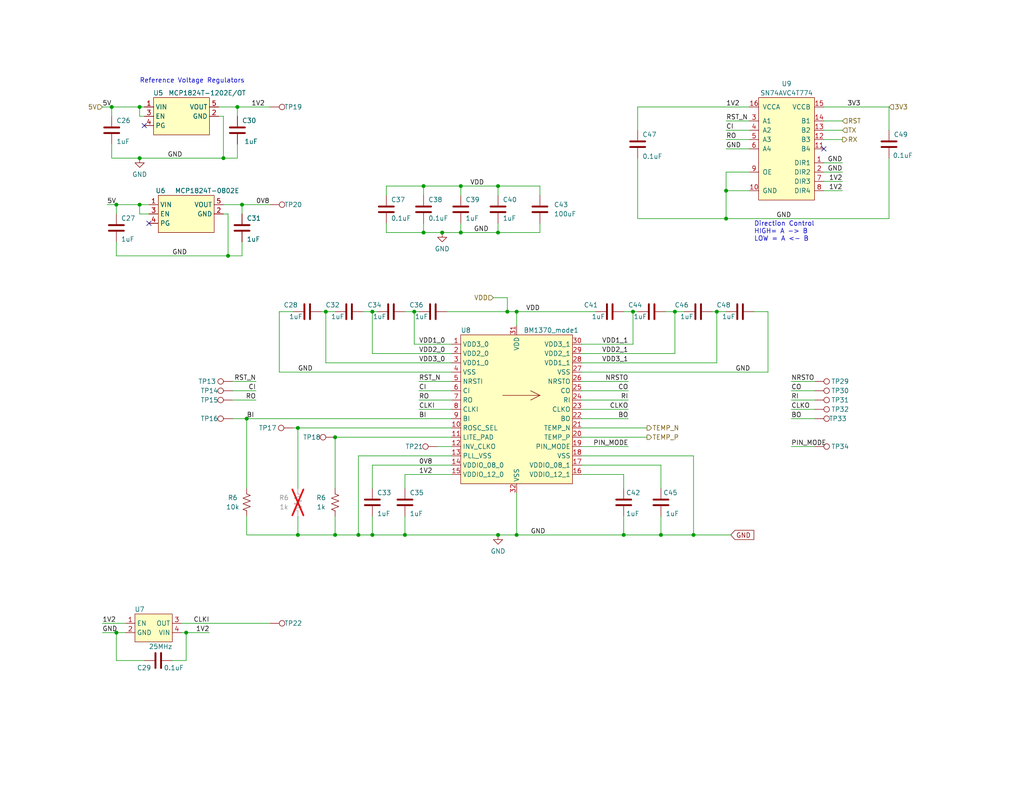
<source format=kicad_sch>
(kicad_sch (version 20231120) (generator "eeschema") (generator_version "8.0")
  (paper "A")
  (title_block (title "bitaxeGamma") (date "2024-09-26") (rev "602"))
  (lib_symbols
    (symbol "Connector:TestPoint" (pin_numbers hide) (pin_names (offset 0.762) hide)
      (property "Reference" "TP" (at 0 6.858 0))
      (property "Value" "TestPoint" (at 0 5.08 0))
      (symbol "TestPoint_0_1"
        (circle (center 0 3.302) (radius 0.762))
      )
      (symbol "TestPoint_1_1"
        (pin passive line (at 0 0 90) (length 2.54) (name "1") (number "1"))
      )
    )
    (symbol "Device:C" (pin_numbers hide) (pin_names (offset 0.254))
      (property "Reference" "C" (at 0.635 2.54 0))
      (property "Value" "C" (at 0.635 -2.54 0))
      (symbol "C_0_1"
        (polyline (pts (xy -2.032 -0.762) (xy 2.032 -0.762)) (stroke (width 0.508)))
        (polyline (pts (xy -2.032 0.762) (xy 2.032 0.762)) (stroke (width 0.508)))
      )
      (symbol "C_1_1"
        (pin passive line (at 0 3.81 270) (length 2.794) (name "~") (number "1"))
        (pin passive line (at 0 -3.81 90) (length 2.794) (name "~") (number "2"))
      )
    )
    (symbol "Device:R_US" (pin_numbers hide) (pin_names (offset 0))
      (property "Reference" "R" (at 2.54 0 90))
      (property "Value" "R_US" (at -2.54 0 90))
      (symbol "R_US_0_1"
        (polyline (pts (xy 0 -2.286) (xy 0 -2.54)))
        (polyline (pts (xy 0 2.286) (xy 0 2.54)))
        (polyline (pts (xy 0 -0.762) (xy 1.016 -1.143) (xy 0 -1.524) (xy -1.016 -1.905) (xy 0 -2.286)))
        (polyline (pts (xy 0 0.762) (xy 1.016 0.381) (xy 0 0) (xy -1.016 -0.381) (xy 0 -0.762)))
        (polyline (pts (xy 0 2.286) (xy 1.016 1.905) (xy 0 1.524) (xy -1.016 1.143) (xy 0 0.762)))
      )
      (symbol "R_US_1_1"
        (pin passive line (at 0 3.81 270) (length 1.27) (name "~") (number "1"))
        (pin passive line (at 0 -3.81 90) (length 1.27) (name "~") (number "2"))
      )
    )
    (symbol "MCP1824_1"
      (property "Reference" "U" (at -7.62 5.08 0))
      (property "Value" "MCP1824_1" (at 5.08 5.08 0))
      (symbol "MCP1824_1_0_1"
        (rectangle (start -7.62 3.81) (end 7.62 -6.35) (stroke (width 0.1524)) (fill (type background)))
      )
      (symbol "MCP1824_1_1_0"
        (pin bidirectional line (at -10.16 1.27 0) (length 2.54) (name "VIN") (number "1"))
        (pin bidirectional line (at 10.16 -1.27 180) (length 2.54) (name "GND") (number "2"))
        (pin bidirectional line (at -10.16 -1.27 0) (length 2.54) (name "EN") (number "3"))
        (pin bidirectional line (at -10.16 -3.81 0) (length 2.54) (name "PG") (number "4"))
        (pin bidirectional line (at 10.16 1.27 180) (length 2.54) (name "VOUT") (number "5"))
      )
    )
    (symbol "bitaxe:BM1370_mode1"
      (property "Reference" "U4" (at -15.24 21.59 0))
      (property "Value" "BM1370_mode1" (at 1.905 21.59 0))
      (symbol "BM1370_mode1_0_1"
        (rectangle (start -15.24 20.32) (end 15.24 -20.32) (fill (type background)))
        (polyline (pts (xy -3.81 3.81) (xy 6.35 3.81)))
        (polyline (pts (xy 3.81 2.54) (xy 6.35 3.81)))
        (polyline (pts (xy 3.81 5.08) (xy 6.35 3.81)))
      )
      (symbol "BM1370_mode1_1_1"
        (pin power_in line (at -17.78 17.78 0) (length 2.54) (name "VDD3_0") (number "1"))
        (pin unspecified line (at -17.78 -5.08 0) (length 2.54) (name "ROSC_SEL") (number "10"))
        (pin unspecified line (at -17.78 -7.62 0) (length 2.54) (name "LITE_PAD") (number "11"))
        (pin unspecified line (at -17.78 -10.16 0) (length 2.54) (name "INV_CLKO") (number "12"))
        (pin power_in line (at -17.78 -12.7 0) (length 2.54) (name "PLL_VSS") (number "13"))
        (pin power_in line (at -17.78 -15.24 0) (length 2.54) (name "VDDIO_08_0") (number "14"))
        (pin power_in line (at -17.78 -17.78 0) (length 2.54) (name "VDDIO_12_0") (number "15"))
        (pin power_in line (at 17.78 -17.78 180) (length 2.54) (name "VDDIO_12_1") (number "16"))
        (pin power_in line (at 17.78 -15.24 180) (length 2.54) (name "VDDIO_08_1") (number "17"))
        (pin power_in line (at 17.78 -12.7 180) (length 2.54) (name "VSS") (number "18"))
        (pin input line (at 17.78 -10.16 180) (length 2.54) (name "PIN_MODE") (number "19"))
        (pin power_in line (at -17.78 15.24 0) (length 2.54) (name "VDD2_0") (number "2"))
        (pin unspecified line (at 17.78 -7.62 180) (length 2.54) (name "TEMP_P") (number "20"))
        (pin unspecified line (at 17.78 -5.08 180) (length 2.54) (name "TEMP_N") (number "21"))
        (pin output line (at 17.78 -2.54 180) (length 2.54) (name "BO") (number "22"))
        (pin output line (at 17.78 0 180) (length 2.54) (name "CLKO") (number "23"))
        (pin input line (at 17.78 2.54 180) (length 2.54) (name "RI") (number "24"))
        (pin output line (at 17.78 5.08 180) (length 2.54) (name "CO") (number "25"))
        (pin output line (at 17.78 7.62 180) (length 2.54) (name "NRSTO") (number "26"))
        (pin power_in line (at 17.78 10.16 180) (length 2.54) (name "VSS") (number "27"))
        (pin power_in line (at 17.78 12.7 180) (length 2.54) (name "VDD1_1") (number "28"))
        (pin power_in line (at 17.78 15.24 180) (length 2.54) (name "VDD2_1") (number "29"))
        (pin power_in line (at -17.78 12.7 0) (length 2.54) (name "VDD1_0") (number "3"))
        (pin power_in line (at 17.78 17.78 180) (length 2.54) (name "VDD3_1") (number "30"))
        (pin power_in line (at 0 22.86 270) (length 2.54) (name "VDD") (number "31"))
        (pin power_in line (at 0 -22.86 90) (length 2.54) (name "VSS") (number "32"))
        (pin power_in line (at -17.78 10.16 0) (length 2.54) (name "VSS") (number "4"))
        (pin input line (at -17.78 7.62 0) (length 2.54) (name "NRSTI") (number "5"))
        (pin input line (at -17.78 5.08 0) (length 2.54) (name "CI") (number "6"))
        (pin output line (at -17.78 2.54 0) (length 2.54) (name "RO") (number "7"))
        (pin input line (at -17.78 0 0) (length 2.54) (name "CLKI") (number "8"))
        (pin input line (at -17.78 -2.54 0) (length 2.54) (name "BI") (number "9"))
      )
    )
    (symbol "bitaxe:MCP1824"
      (property "Reference" "U" (at -7.62 5.08 0))
      (property "Value" "MCP1824" (at 5.08 5.08 0))
      (symbol "MCP1824_0_1"
        (rectangle (start -7.62 3.81) (end 7.62 -6.35) (stroke (width 0.1524)) (fill (type background)))
      )
      (symbol "MCP1824_1_0"
        (pin bidirectional line (at -10.16 1.27 0) (length 2.54) (name "VIN") (number "1"))
        (pin bidirectional line (at 10.16 -1.27 180) (length 2.54) (name "GND") (number "2"))
        (pin bidirectional line (at -10.16 -1.27 0) (length 2.54) (name "EN") (number "3"))
        (pin bidirectional line (at -10.16 -3.81 0) (length 2.54) (name "PG") (number "4"))
        (pin bidirectional line (at 10.16 1.27 180) (length 2.54) (name "VOUT") (number "5"))
      )
    )
    (symbol "bitaxe:SN74AVC4T774" (pin_names (offset 1.016))
      (property "Reference" "U" (at -6.35 12.7 0))
      (property "Value" "SN74AVC4T774" (at -7.62 -19.05 0))
      (symbol "SN74AVC4T774_0_0"
        (rectangle (start -7.62 11.43) (end 7.62 -16.51) (stroke (width 0.1524)) (fill (type background)))
      )
      (symbol "SN74AVC4T774_1_0"
        (pin input line (at 10.16 -6.35 180) (length 2.54) (name "DIR1") (number "1"))
        (pin power_in line (at -10.16 -13.97 0) (length 2.54) (name "GND") (number "10"))
        (pin bidirectional line (at 10.16 -2.54 180) (length 2.54) (name "B4") (number "11"))
        (pin bidirectional line (at 10.16 0 180) (length 2.54) (name "B3") (number "12"))
        (pin bidirectional line (at 10.16 2.54 180) (length 2.54) (name "B2") (number "13"))
        (pin bidirectional line (at 10.16 5.08 180) (length 2.54) (name "B1") (number "14"))
        (pin power_in line (at 10.16 8.89 180) (length 2.54) (name "VCCB") (number "15"))
        (pin power_in line (at -10.16 8.89 0) (length 2.54) (name "VCCA") (number "16"))
        (pin input line (at 10.16 -8.89 180) (length 2.54) (name "DIR2") (number "2"))
        (pin bidirectional line (at -10.16 5.08 0) (length 2.54) (name "A1") (number "3"))
        (pin bidirectional line (at -10.16 2.54 0) (length 2.54) (name "A2") (number "4"))
        (pin bidirectional line (at -10.16 0 0) (length 2.54) (name "A3") (number "5"))
        (pin bidirectional line (at -10.16 -2.54 0) (length 2.54) (name "A4") (number "6"))
        (pin input line (at 10.16 -11.43 180) (length 2.54) (name "DIR3") (number "7"))
        (pin input line (at 10.16 -13.97 180) (length 2.54) (name "DIR4") (number "8"))
        (pin input line (at -10.16 -8.89 0) (length 2.54) (name "OE") (number "9"))
      )
    )
    (symbol "bitaxe:oscillator"
      (property "Reference" "U" (at -3.81 5.08 0))
      (property "Value" "oscillator" (at 0 -5.08 0))
      (symbol "oscillator_0_1"
        (rectangle (start -5.08 3.81) (end 5.08 -3.81) (stroke (width 0.1524)) (fill (type background)))
      )
      (symbol "oscillator_1_0"
        (pin bidirectional line (at -7.62 1.27 0) (length 2.54) (name "EN") (number "1"))
        (pin bidirectional line (at -7.62 -1.27 0) (length 2.54) (name "GND") (number "2"))
        (pin bidirectional line (at 7.62 1.27 180) (length 2.54) (name "OUT") (number "3"))
        (pin bidirectional line (at 7.62 -1.27 180) (length 2.54) (name "VIN") (number "4"))
      )
    )
    (symbol "power:GND" (power) (pin_names (offset 0))
      (property "Value" "GND" (at 0 -3.81 0))
      (symbol "GND_0_1"
        (polyline (pts (xy 0 0) (xy 0 -1.27) (xy 1.27 -1.27) (xy 0 -2.54) (xy -1.27 -1.27) (xy 0 -1.27)))
      )
      (symbol "GND_1_1"
        (pin power_in line (at 0 0 270) (length 0) hide (name "GND") (number "1"))
      )
    )
  )
  (junction (at 180.34 146.05))
  (junction (at 184.15 85.09))
  (junction (at 115.57 63.5) (diameter 0.9144))
  (junction (at 38.1 43.18))
  (junction (at 67.31 114.3))
  (junction (at 30.48 29.21) (diameter 0.9144))
  (junction (at 125.73 50.8) (diameter 0.9144))
  (junction (at 135.89 50.8))
  (junction (at 38.1 55.88))
  (junction (at 135.89 63.5))
  (junction (at 81.28 116.84))
  (junction (at 120.65 63.5))
  (junction (at 62.23 69.85) (diameter 0.9144))
  (junction (at 101.6 85.09))
  (junction (at 101.6 146.05))
  (junction (at 91.44 119.38))
  (junction (at 113.03 85.09))
  (junction (at 97.79 146.05))
  (junction (at 110.49 146.05))
  (junction (at 64.77 29.21) (diameter 0.9144))
  (junction (at 189.23 146.05))
  (junction (at 50.8 172.72))
  (junction (at 138.43 85.09))
  (junction (at 135.89 146.05))
  (junction (at 91.44 146.05))
  (junction (at 31.75 55.88) (diameter 0.9144))
  (junction (at 125.73 63.5) (diameter 0.9144))
  (junction (at 198.12 52.07))
  (junction (at 198.12 59.69))
  (junction (at 170.18 146.05))
  (junction (at 172.72 85.09))
  (junction (at 81.28 146.05))
  (junction (at 60.96 43.18) (diameter 0.9144))
  (junction (at 195.58 85.09))
  (junction (at 38.1 29.21))
  (junction (at 88.9 85.09))
  (junction (at 140.97 85.09))
  (junction (at 31.75 172.72))
  (junction (at 115.57 50.8) (diameter 0.9144))
  (junction (at 140.97 146.05))
  (junction (at 66.04 55.88) (diameter 0.9144))
  (no_connect (at 40.64 60.96))
  (no_connect (at 224.79 40.64))
  (no_connect (at 39.37 34.29))
  (wire (pts (xy 31.75 180.34) (xy 31.75 172.72)))
  (wire (pts (xy 180.34 146.05) (xy 189.23 146.05)))
  (wire (pts (xy 101.6 127) (xy 123.19 127)))
  (wire (pts (xy 105.41 60.96) (xy 105.41 63.5)))
  (wire (pts (xy 110.49 129.54) (xy 110.49 133.35)))
  (wire (pts (xy 242.57 29.21) (xy 242.57 35.56)))
  (wire (pts (xy 88.9 99.06) (xy 88.9 85.09)))
  (wire (pts (xy 198.12 59.69) (xy 242.57 59.69)))
  (wire (pts (xy 140.97 134.62) (xy 140.97 146.05)))
  (wire (pts (xy 134.62 81.28) (xy 138.43 81.28)))
  (wire (pts (xy 91.44 140.97) (xy 91.44 146.05)))
  (wire (pts (xy 215.9 114.3) (xy 222.25 114.3)))
  (wire (pts (xy 125.73 53.34) (xy 125.73 50.8)))
  (wire (pts (xy 115.57 63.5) (xy 105.41 63.5)))
  (wire (pts (xy 195.58 99.06) (xy 195.58 85.09)))
  (wire (pts (xy 198.12 52.07) (xy 198.12 59.69)))
  (wire (pts (xy 114.3 104.14) (xy 123.19 104.14)))
  (wire (pts (xy 110.49 85.09) (xy 113.03 85.09)))
  (wire (pts (xy 113.03 85.09) (xy 114.3 85.09)))
  (wire (pts (xy 158.75 121.92) (xy 171.45 121.92)))
  (wire (pts (xy 64.77 39.37) (xy 64.77 43.18)))
  (wire (pts (xy 158.75 124.46) (xy 189.23 124.46)))
  (wire (pts (xy 158.75 93.98) (xy 172.72 93.98)))
  (wire (pts (xy 81.28 146.05) (xy 91.44 146.05)))
  (wire (pts (xy 60.96 31.75) (xy 59.69 31.75)))
  (wire (pts (xy 31.75 55.88) (xy 38.1 55.88)))
  (wire (pts (xy 158.75 104.14) (xy 171.45 104.14)))
  (wire (pts (xy 88.9 85.09) (xy 91.44 85.09)))
  (wire (pts (xy 101.6 127) (xy 101.6 133.35)))
  (wire (pts (xy 76.2 101.6) (xy 76.2 85.09)))
  (wire (pts (xy 101.6 146.05) (xy 110.49 146.05)))
  (wire (pts (xy 162.56 85.09) (xy 140.97 85.09)))
  (wire (pts (xy 184.15 85.09) (xy 186.69 85.09)))
  (wire (pts (xy 46.99 180.34) (xy 50.8 180.34)))
  (wire (pts (xy 209.55 85.09) (xy 205.74 85.09)))
  (wire (pts (xy 115.57 53.34) (xy 115.57 50.8)))
  (wire (pts (xy 189.23 124.46) (xy 189.23 146.05)))
  (wire (pts (xy 99.06 85.09) (xy 101.6 85.09)))
  (wire (pts (xy 62.23 58.42) (xy 60.96 58.42)))
  (wire (pts (xy 135.89 60.96) (xy 135.89 63.5)))
  (wire (pts (xy 242.57 43.18) (xy 242.57 59.69)))
  (wire (pts (xy 180.34 127) (xy 180.34 133.35)))
  (wire (pts (xy 64.77 43.18) (xy 60.96 43.18)))
  (wire (pts (xy 31.75 66.04) (xy 31.75 69.85)))
  (wire (pts (xy 158.75 109.22) (xy 171.45 109.22)))
  (wire (pts (xy 204.47 46.99) (xy 198.12 46.99)))
  (wire (pts (xy 172.72 93.98) (xy 172.72 85.09)))
  (wire (pts (xy 50.8 172.72) (xy 57.15 172.72)))
  (wire (pts (xy 147.32 60.96) (xy 147.32 63.5)))
  (wire (pts (xy 158.75 96.52) (xy 184.15 96.52)))
  (wire (pts (xy 31.75 55.88) (xy 31.75 58.42)))
  (wire (pts (xy 67.31 140.97) (xy 67.31 146.05)))
  (wire (pts (xy 209.55 101.6) (xy 209.55 85.09)))
  (wire (pts (xy 62.23 69.85) (xy 31.75 69.85)))
  (wire (pts (xy 66.04 66.04) (xy 66.04 69.85)))
  (wire (pts (xy 224.79 35.56) (xy 229.87 35.56)))
  (wire (pts (xy 66.04 55.88) (xy 73.66 55.88)))
  (wire (pts (xy 215.9 106.68) (xy 222.25 106.68)))
  (wire (pts (xy 81.28 140.97) (xy 81.28 146.05)))
  (wire (pts (xy 50.8 180.34) (xy 50.8 172.72)))
  (wire (pts (xy 135.89 50.8) (xy 147.32 50.8)))
  (wire (pts (xy 113.03 93.98) (xy 123.19 93.98)))
  (wire (pts (xy 66.04 69.85) (xy 62.23 69.85)))
  (wire (pts (xy 67.31 114.3) (xy 123.19 114.3)))
  (wire (pts (xy 38.1 58.42) (xy 38.1 55.88)))
  (wire (pts (xy 114.3 106.68) (xy 123.19 106.68)))
  (wire (pts (xy 30.48 39.37) (xy 30.48 43.18)))
  (wire (pts (xy 38.1 29.21) (xy 39.37 29.21)))
  (wire (pts (xy 115.57 60.96) (xy 115.57 63.5)))
  (wire (pts (xy 121.92 85.09) (xy 138.43 85.09)))
  (wire (pts (xy 120.65 63.5) (xy 115.57 63.5)))
  (wire (pts (xy 62.23 58.42) (xy 62.23 69.85)))
  (wire (pts (xy 87.63 85.09) (xy 88.9 85.09)))
  (wire (pts (xy 91.44 119.38) (xy 91.44 133.35)))
  (wire (pts (xy 158.75 99.06) (xy 195.58 99.06)))
  (wire (pts (xy 123.19 101.6) (xy 76.2 101.6)))
  (wire (pts (xy 101.6 96.52) (xy 123.19 96.52)))
  (wire (pts (xy 81.28 116.84) (xy 123.19 116.84)))
  (wire (pts (xy 88.9 99.06) (xy 123.19 99.06)))
  (wire (pts (xy 138.43 81.28) (xy 138.43 85.09)))
  (wire (pts (xy 158.75 127) (xy 180.34 127)))
  (wire (pts (xy 38.1 31.75) (xy 39.37 31.75)))
  (wire (pts (xy 97.79 124.46) (xy 97.79 146.05)))
  (wire (pts (xy 215.9 121.92) (xy 222.25 121.92)))
  (wire (pts (xy 125.73 60.96) (xy 125.73 63.5)))
  (wire (pts (xy 224.79 38.1) (xy 229.87 38.1)))
  (wire (pts (xy 81.28 146.05) (xy 67.31 146.05)))
  (wire (pts (xy 181.61 85.09) (xy 184.15 85.09)))
  (wire (pts (xy 31.75 172.72) (xy 34.29 172.72)))
  (wire (pts (xy 224.79 46.99) (xy 229.87 46.99)))
  (wire (pts (xy 158.75 129.54) (xy 170.18 129.54)))
  (wire (pts (xy 101.6 140.97) (xy 101.6 146.05)))
  (wire (pts (xy 158.75 114.3) (xy 171.45 114.3)))
  (wire (pts (xy 215.9 111.76) (xy 222.25 111.76)))
  (wire (pts (xy 224.79 29.21) (xy 242.57 29.21)))
  (wire (pts (xy 158.75 106.68) (xy 171.45 106.68)))
  (wire (pts (xy 38.1 55.88) (xy 40.64 55.88)))
  (wire (pts (xy 158.75 101.6) (xy 209.55 101.6)))
  (wire (pts (xy 198.12 35.56) (xy 204.47 35.56)))
  (wire (pts (xy 60.96 31.75) (xy 60.96 43.18)))
  (wire (pts (xy 110.49 129.54) (xy 123.19 129.54)))
  (wire (pts (xy 110.49 140.97) (xy 110.49 146.05)))
  (wire (pts (xy 105.41 53.34) (xy 105.41 50.8)))
  (wire (pts (xy 60.96 55.88) (xy 66.04 55.88)))
  (wire (pts (xy 63.5 106.68) (xy 69.85 106.68)))
  (wire (pts (xy 170.18 140.97) (xy 170.18 146.05)))
  (wire (pts (xy 198.12 33.02) (xy 204.47 33.02)))
  (wire (pts (xy 195.58 85.09) (xy 198.12 85.09)))
  (wire (pts (xy 170.18 85.09) (xy 172.72 85.09)))
  (wire (pts (xy 30.48 29.21) (xy 38.1 29.21)))
  (wire (pts (xy 27.94 29.21) (xy 30.48 29.21)))
  (wire (pts (xy 224.79 44.45) (xy 229.87 44.45)))
  (wire (pts (xy 158.75 116.84) (xy 176.53 116.84)))
  (wire (pts (xy 30.48 29.21) (xy 30.48 31.75)))
  (wire (pts (xy 27.94 170.18) (xy 34.29 170.18)))
  (wire (pts (xy 125.73 63.5) (xy 120.65 63.5)))
  (wire (pts (xy 123.19 119.38) (xy 91.44 119.38)))
  (wire (pts (xy 38.1 58.42) (xy 40.64 58.42)))
  (wire (pts (xy 119.38 121.92) (xy 123.19 121.92)))
  (wire (pts (xy 173.99 43.18) (xy 173.99 59.69)))
  (wire (pts (xy 101.6 96.52) (xy 101.6 85.09)))
  (wire (pts (xy 173.99 29.21) (xy 204.47 29.21)))
  (wire (pts (xy 29.21 55.88) (xy 31.75 55.88)))
  (wire (pts (xy 224.79 33.02) (xy 229.87 33.02)))
  (wire (pts (xy 224.79 49.53) (xy 229.87 49.53)))
  (wire (pts (xy 101.6 85.09) (xy 102.87 85.09)))
  (wire (pts (xy 189.23 146.05) (xy 199.39 146.05)))
  (wire (pts (xy 115.57 50.8) (xy 125.73 50.8)))
  (wire (pts (xy 59.69 29.21) (xy 64.77 29.21)))
  (wire (pts (xy 173.99 59.69) (xy 198.12 59.69)))
  (wire (pts (xy 49.53 172.72) (xy 50.8 172.72)))
  (wire (pts (xy 76.2 85.09) (xy 80.01 85.09)))
  (wire (pts (xy 215.9 109.22) (xy 222.25 109.22)))
  (wire (pts (xy 170.18 129.54) (xy 170.18 133.35)))
  (wire (pts (xy 97.79 146.05) (xy 101.6 146.05)))
  (wire (pts (xy 198.12 38.1) (xy 204.47 38.1)))
  (wire (pts (xy 114.3 109.22) (xy 123.19 109.22)))
  (wire (pts (xy 194.31 85.09) (xy 195.58 85.09)))
  (wire (pts (xy 27.94 172.72) (xy 31.75 172.72)))
  (wire (pts (xy 158.75 119.38) (xy 176.53 119.38)))
  (wire (pts (xy 198.12 40.64) (xy 204.47 40.64)))
  (wire (pts (xy 64.77 29.21) (xy 64.77 31.75)))
  (wire (pts (xy 38.1 43.18) (xy 30.48 43.18)))
  (wire (pts (xy 135.89 53.34) (xy 135.89 50.8)))
  (wire (pts (xy 67.31 114.3) (xy 67.31 133.35)))
  (wire (pts (xy 198.12 46.99) (xy 198.12 52.07)))
  (wire (pts (xy 170.18 146.05) (xy 180.34 146.05)))
  (wire (pts (xy 140.97 85.09) (xy 140.97 88.9)))
  (wire (pts (xy 113.03 85.09) (xy 113.03 93.98)))
  (wire (pts (xy 140.97 146.05) (xy 170.18 146.05)))
  (wire (pts (xy 66.04 55.88) (xy 66.04 58.42)))
  (wire (pts (xy 147.32 53.34) (xy 147.32 50.8)))
  (wire (pts (xy 64.77 29.21) (xy 73.66 29.21)))
  (wire (pts (xy 110.49 146.05) (xy 135.89 146.05)))
  (wire (pts (xy 38.1 31.75) (xy 38.1 29.21)))
  (wire (pts (xy 114.3 111.76) (xy 123.19 111.76)))
  (wire (pts (xy 173.99 29.21) (xy 173.99 35.56)))
  (wire (pts (xy 224.79 52.07) (xy 229.87 52.07)))
  (wire (pts (xy 135.89 146.05) (xy 140.97 146.05)))
  (wire (pts (xy 123.19 124.46) (xy 97.79 124.46)))
  (wire (pts (xy 81.28 116.84) (xy 81.28 133.35)))
  (wire (pts (xy 125.73 50.8) (xy 135.89 50.8)))
  (wire (pts (xy 172.72 85.09) (xy 173.99 85.09)))
  (wire (pts (xy 215.9 104.14) (xy 222.25 104.14)))
  (wire (pts (xy 63.5 109.22) (xy 69.85 109.22)))
  (wire (pts (xy 91.44 146.05) (xy 97.79 146.05)))
  (wire (pts (xy 105.41 50.8) (xy 115.57 50.8)))
  (wire (pts (xy 39.37 180.34) (xy 31.75 180.34)))
  (wire (pts (xy 204.47 52.07) (xy 198.12 52.07)))
  (wire (pts (xy 184.15 96.52) (xy 184.15 85.09)))
  (wire (pts (xy 158.75 111.76) (xy 171.45 111.76)))
  (wire (pts (xy 135.89 63.5) (xy 125.73 63.5)))
  (wire (pts (xy 63.5 114.3) (xy 67.31 114.3)))
  (wire (pts (xy 49.53 170.18) (xy 73.66 170.18)))
  (wire (pts (xy 80.01 116.84) (xy 81.28 116.84)))
  (wire (pts (xy 63.5 104.14) (xy 69.85 104.14)))
  (wire (pts (xy 138.43 85.09) (xy 140.97 85.09)))
  (wire (pts (xy 180.34 140.97) (xy 180.34 146.05)))
  (wire (pts (xy 60.96 43.18) (xy 38.1 43.18)))
  (wire (pts (xy 135.89 63.5) (xy 147.32 63.5)))
  (text "Reference Voltage Regulators" (at 38.1 22.86 0) (effects (font (size 1.27 1.27)) (justify left bottom)))
  (text "Direction Control\nHIGH= A -> B\nLOW = A <- B" (at 205.74 66.04 0) (effects (font (size 1.27 1.27)) (justify left bottom)))
  (label "GND" (at 45.72 43.18 0))
  (label "RST_N" (at 69.85 104.14 180))
  (label "GND" (at 229.87 46.99 180))
  (label "1V2" (at 114.3 129.54 0))
  (label "1V2" (at 68.58 29.21 0))
  (label "BI" (at 67.31 114.3 0))
  (label "GND" (at 27.94 172.72 0))
  (label "CLKO" (at 171.45 111.76 180))
  (label "RST_N" (at 114.3 104.14 0))
  (label "5V" (at 29.21 55.88 0))
  (label "RO" (at 114.3 109.22 0))
  (label "0V8" (at 69.85 55.88 0))
  (label "CO" (at 215.9 106.68 0))
  (label "GND" (at 144.78 146.05 0))
  (label "BO" (at 215.9 114.3 0))
  (label "GND" (at 198.12 40.64 0))
  (label "5V" (at 27.94 29.21 0))
  (label "CI" (at 198.12 35.56 0))
  (label "PIN_MODE" (at 215.9 121.92 0))
  (label "1V2" (at 229.87 49.53 180))
  (label "CI" (at 69.85 106.68 180))
  (label "1V2" (at 27.94 170.18 0))
  (label "RO" (at 198.12 38.1 0))
  (label "NRSTO" (at 215.9 104.14 0))
  (label "PIN_MODE" (at 171.45 121.92 180))
  (label "0V8" (at 114.3 127 0))
  (label "GND" (at 46.99 69.85 0))
  (label "1V2" (at 229.87 52.07 180))
  (label "VDD3_1" (at 171.45 99.06 180))
  (label "VDD2_1" (at 171.45 96.52 180))
  (label "RI" (at 215.9 109.22 0))
  (label "RST_N" (at 198.12 33.02 0))
  (label "CLKI" (at 114.3 111.76 0))
  (label "1V2" (at 198.12 29.21 0))
  (label "CO" (at 171.45 106.68 180))
  (label "VDD1_0" (at 114.3 93.98 0))
  (label "VDD3_0" (at 114.3 99.06 0))
  (label "CLKO" (at 215.9 111.76 0))
  (label "CLKI" (at 57.15 170.18 180))
  (label "3V3" (at 231.14 29.21 0))
  (label "RO" (at 69.85 109.22 180))
  (label "VDD1_1" (at 171.45 93.98 180))
  (label "GND" (at 81.28 101.6 0))
  (label "VDD" (at 143.51 85.09 0))
  (label "BO" (at 171.45 114.3 180))
  (label "GND" (at 215.9 59.69 180))
  (label "RI" (at 171.45 109.22 180))
  (label "1V2" (at 57.15 172.72 180))
  (label "VDD2_0" (at 114.3 96.52 0))
  (label "NRSTO" (at 171.45 104.14 180))
  (label "GND" (at 200.66 101.6 0))
  (label "GND" (at 133.35 63.5 180))
  (label "GND" (at 229.87 44.45 180))
  (label "CI" (at 114.3 106.68 0))
  (label "VDD" (at 128.27 50.8 0))
  (label "BI" (at 114.3 114.3 0))
  (global_label "GND" (shape input) (at 199.39 146.05 0) (property "Intersheetrefs" "${INTERSHEET_REFS}" (effects (hide yes))))
  (hierarchical_label "5V" (shape input) (at 27.94 29.21 180))
  (hierarchical_label "TEMP_N" (shape output) (at 176.53 116.84 0))
  (hierarchical_label "3V3" (shape input) (at 242.57 29.21 0))
  (hierarchical_label "TX" (shape input) (at 229.87 35.56 0))
  (hierarchical_label "RX" (shape output) (at 229.87 38.1 0))
  (hierarchical_label "VDD" (shape input) (at 134.62 81.28 180))
  (hierarchical_label "RST" (shape input) (at 229.87 33.02 0))
  (hierarchical_label "TEMP_P" (shape output) (at 176.53 119.38 0))
  (symbol (lib_id "Device:C") (at 64.77 35.56 0) (unit 1)
    (property "Reference" "C30" (at 66.04 33.655 0) (effects (justify left bottom)))
    (property "Value" "1uF" (at 66.675 39.37 0) (effects (justify left bottom)))
    (property "Footprint" "Capacitor_SMD:C_0402_1005Metric" (effects (hide yes)))
    (property "DK" "587-5514-1-ND" (effects (hide yes)))
    (property "PARTNO" "EMK105BJ105MV-F" (effects (hide yes)))
  )
  (symbol (lib_id "Device:C") (at 30.48 35.56 0) (unit 1)
    (property "Reference" "C26" (at 31.75 33.655 0) (effects (justify left bottom)))
    (property "Value" "1uF" (at 31.75 39.37 0) (effects (justify left bottom)))
    (property "Footprint" "Capacitor_SMD:C_0402_1005Metric" (effects (hide yes)))
    (property "DK" "587-5514-1-ND" (effects (hide yes)))
    (property "PARTNO" "EMK105BJ105MV-F" (effects (hide yes)))
  )
  (symbol (lib_id "Device:C") (at 125.73 57.15 0) (unit 1)
    (property "Reference" "C39" (at 127 55.245 0) (effects (justify left bottom)))
    (property "Value" "1uF" (at 127 60.325 0) (effects (justify left bottom)))
    (property "Footprint" "Capacitor_SMD:C_0402_1005Metric" (effects (hide yes)))
    (property "DK" "587-5514-1-ND" (effects (hide yes)))
    (property "PARTNO" "EMK105BJ105MV-F" (effects (hide yes)))
  )
  (symbol (lib_id "Device:C") (at 118.11 85.09 90) (unit 1)
    (property "Reference" "C36" (at 115.57 82.55 90) (effects (justify left bottom)))
    (property "Value" "1uF" (at 116.84 85.725 90) (effects (justify left bottom)))
    (property "Footprint" "Capacitor_SMD:C_0402_1005Metric" (effects (hide yes)))
    (property "DK" "587-5514-1-ND" (effects (hide yes)))
    (property "PARTNO" "EMK105BJ105MV-F" (effects (hide yes)))
  )
  (symbol (lib_id "Connector:TestPoint") (at 222.25 114.3 270) (unit 1) (in_bom no)
    (property "Reference" "TP33" (at 228.6 114.3 90))
    (property "Value" "TestPoint" (effects (hide yes)))
    (property "Footprint" "TestPoint:TestPoint_Pad_D1.5mm" (effects (hide yes)))
  )
  (symbol (lib_id "Device:C") (at 115.57 57.15 0) (unit 1)
    (property "Reference" "C38" (at 116.84 55.245 0) (effects (justify left bottom)))
    (property "Value" "0.1uF" (at 116.84 60.325 0) (effects (justify left bottom)))
    (property "Footprint" "Capacitor_SMD:C_0402_1005Metric" (effects (hide yes)))
    (property "DK" "1276-1234-1-ND" (effects (hide yes)))
    (property "PARTNO" "CL05A104KO5NNNC" (effects (hide yes)))
  )
  (symbol (lib_id "Connector:TestPoint") (at 222.25 109.22 270) (unit 1) (in_bom no)
    (property "Reference" "TP31" (at 229.235 109.22 90))
    (property "Value" "TestPoint" (effects (hide yes)))
    (property "Footprint" "TestPoint:TestPoint_Pad_D1.5mm" (effects (hide yes)))
  )
  (symbol (lib_id "Connector:TestPoint") (at 222.25 111.76 270) (unit 1) (in_bom no)
    (property "Reference" "TP32" (at 229.235 111.76 90))
    (property "Value" "TestPoint" (effects (hide yes)))
    (property "Footprint" "TestPoint:TestPoint_Pad_D1.5mm" (effects (hide yes)))
  )
  (symbol (lib_id "Device:C") (at 190.5 85.09 90) (unit 1)
    (property "Reference" "C46" (at 187.96 82.55 90) (effects (justify left bottom)))
    (property "Value" "1uF" (at 189.23 85.725 90) (effects (justify left bottom)))
    (property "Footprint" "Capacitor_SMD:C_0402_1005Metric" (effects (hide yes)))
    (property "DK" "587-5514-1-ND" (effects (hide yes)))
    (property "PARTNO" "EMK105BJ105MV-F" (effects (hide yes)))
  )
  (symbol (lib_id "Device:C") (at 201.93 85.09 90) (unit 1)
    (property "Reference" "C48" (at 199.39 82.55 90) (effects (justify left bottom)))
    (property "Value" "1uF" (at 200.66 85.725 90) (effects (justify left bottom)))
    (property "Footprint" "Capacitor_SMD:C_0402_1005Metric" (effects (hide yes)))
    (property "DK" "587-5514-1-ND" (effects (hide yes)))
    (property "PARTNO" "EMK105BJ105MV-F" (effects (hide yes)))
  )
  (symbol (lib_id "Device:C") (at 43.18 180.34 90) (unit 1)
    (property "Reference" "C29" (at 41.275 181.61 90) (effects (justify left bottom)))
    (property "Value" "0.1uF" (at 50.165 181.61 90) (effects (justify left bottom)))
    (property "Footprint" "Capacitor_SMD:C_0402_1005Metric" (effects (hide yes)))
    (property "DK" "1276-1234-1-ND" (effects (hide yes)))
    (property "PARTNO" "CL05A104KO5NNNC" (effects (hide yes)))
  )
  (symbol (lib_id "power:GND") (at 135.89 146.05 0) (mirror y) (unit 1)
    (property "Reference" "#PWR02" (effects (hide yes)))
    (property "Value" "GND" (at 135.89 150.495 0))
  )
  (symbol (lib_id "Device:C") (at 105.41 57.15 0) (unit 1)
    (property "Reference" "C37" (at 106.68 55.245 0) (effects (justify left bottom)))
    (property "Value" "0.1uF" (at 106.68 60.325 0) (effects (justify left bottom)))
    (property "Footprint" "Capacitor_SMD:C_0402_1005Metric" (effects (hide yes)))
    (property "DK" "1276-1234-1-ND" (effects (hide yes)))
    (property "PARTNO" "CL05A104KO5NNNC" (effects (hide yes)))
  )
  (symbol (lib_id "Device:C") (at 177.8 85.09 90) (unit 1)
    (property "Reference" "C44" (at 175.26 82.55 90) (effects (justify left bottom)))
    (property "Value" "1uF" (at 176.53 85.725 90) (effects (justify left bottom)))
    (property "Footprint" "Capacitor_SMD:C_0402_1005Metric" (effects (hide yes)))
    (property "DK" "587-5514-1-ND" (effects (hide yes)))
    (property "PARTNO" "EMK105BJ105MV-F" (effects (hide yes)))
  )
  (symbol (lib_id "Device:R_US") (at 81.28 137.16 180) (unit 1) (dnp yes)
    (property "Reference" "R6" (at 77.47 135.89 0))
    (property "Value" "1k" (at 77.47 138.43 0))
    (property "Footprint" "Resistor_SMD:R_0402_1005Metric" (effects (hide yes)))
    (property "DK" "311-1.00KLRCT-ND" (effects (hide yes)))
    (property "PARTNO" "RC0402FR-071KL" (effects (hide yes)))
  )
  (symbol (lib_id "Device:C") (at 101.6 137.16 0) (unit 1)
    (property "Reference" "C33" (at 102.87 135.255 0) (effects (justify left bottom)))
    (property "Value" "1uF" (at 102.87 140.97 0) (effects (justify left bottom)))
    (property "Footprint" "Capacitor_SMD:C_0402_1005Metric" (effects (hide yes)))
    (property "DK" "587-5514-1-ND" (effects (hide yes)))
    (property "PARTNO" "EMK105BJ105MV-F" (effects (hide yes)))
  )
  (symbol (lib_id "Connector:TestPoint") (at 73.66 55.88 270) (mirror x) (unit 1) (in_bom no)
    (property "Reference" "TP20" (at 80.01 55.88 90))
    (property "Value" "TestPoint" (effects (hide yes)))
    (property "Footprint" "TestPoint:TestPoint_Pad_D1.5mm" (effects (hide yes)))
  )
  (symbol (lib_id "Device:C") (at 166.37 85.09 90) (unit 1)
    (property "Reference" "C41" (at 163.195 82.55 90) (effects (justify left bottom)))
    (property "Value" "1uF" (at 165.1 85.725 90) (effects (justify left bottom)))
    (property "Footprint" "Capacitor_SMD:C_0402_1005Metric" (effects (hide yes)))
    (property "DK" "587-5514-1-ND" (effects (hide yes)))
    (property "PARTNO" "EMK105BJ105MV-F" (effects (hide yes)))
  )
  (symbol (lib_id "Device:R_US") (at 91.44 137.16 180) (unit 1)
    (property "Reference" "R6" (at 87.63 135.89 0))
    (property "Value" "1k" (at 87.63 138.43 0))
    (property "Footprint" "Resistor_SMD:R_0402_1005Metric" (effects (hide yes)))
    (property "DK" "311-1.00KLRCT-ND" (effects (hide yes)))
    (property "PARTNO" "RC0402FR-071KL" (effects (hide yes)))
  )
  (symbol (lib_id "Device:C") (at 242.57 39.37 0) (unit 1)
    (property "Reference" "C49" (at 243.84 37.465 0) (effects (justify left bottom)))
    (property "Value" "0.1uF" (at 243.586 43.18 0) (effects (justify left bottom)))
    (property "Footprint" "Capacitor_SMD:C_0402_1005Metric" (effects (hide yes)))
    (property "DK" "1276-1234-1-ND" (effects (hide yes)))
    (property "PARTNO" "CL05A104KO5NNNC" (effects (hide yes)))
  )
  (symbol (lib_id "bitaxe:SN74AVC4T774") (at 214.63 38.1 0) (unit 1)
    (property "Reference" "U9" (at 214.63 22.86 0))
    (property "Value" "SN74AVC4T774" (at 214.63 25.4 0))
    (property "Footprint" "Package_SO:TSSOP-16_4.4x5mm_P0.65mm" (effects (hide yes)))
    (property "Datasheet" "https://www.ti.com/lit/ds/symlink/sn74avc4t774.pdf" (effects (hide yes)))
    (property "DK" "296-24739-1-ND" (effects (hide yes)))
    (property "PARTNO" "SN74AVC4T774PWR" (effects (hide yes)))
  )
  (symbol (lib_id "Device:C") (at 147.32 57.15 0) (unit 1)
    (property "Reference" "C43" (at 151.13 55.8799 0) (effects (justify left)))
    (property "Value" "100uF" (at 151.13 58.4199 0) (effects (justify left)))
    (property "Footprint" "Capacitor_SMD:C_1206_3216Metric" (effects (hide yes)))
    (property "Description" "Unpolarized capacitor" (effects (hide yes)))
    (property "DK" "1276-1782-1-ND" (effects (hide yes)))
    (property "PARTNO" "CL31A107MQHNNNE" (effects (hide yes)))
  )
  (symbol (lib_name "MCP1824_1") (lib_id "bitaxe:MCP1824") (at 50.8 57.15 0) (unit 1)
    (property "Reference" "U6" (at 43.815 52.07 0))
    (property "Value" "MCP1824T-0802E" (at 56.515 52.07 0))
    (property "Footprint" "Package_TO_SOT_SMD:SOT-23-5" (effects (hide yes)))
    (property "Datasheet" "https://ww1.microchip.com/downloads/en/DeviceDoc/22070a.pdf" (effects (hide yes)))
    (property "PARTNO" "MCP1824T-0802E/OT" (effects (hide yes)))
    (property "DK" "MCP1824T-0802E/OTCT-ND" (effects (hide yes)))
  )
  (symbol (lib_id "Connector:TestPoint") (at 91.44 119.38 90) (unit 1) (in_bom no)
    (property "Reference" "TP18" (at 85.09 119.38 90))
    (property "Value" "TestPoint" (effects (hide yes)))
    (property "Footprint" "TestPoint:TestPoint_Pad_D1.5mm" (effects (hide yes)))
  )
  (symbol (lib_id "Connector:TestPoint") (at 119.38 121.92 90) (unit 1) (in_bom no)
    (property "Reference" "TP21" (at 113.03 121.92 90))
    (property "Value" "TestPoint" (effects (hide yes)))
    (property "Footprint" "TestPoint:TestPoint_Pad_D1.5mm" (effects (hide yes)))
  )
  (symbol (lib_id "Device:C") (at 83.82 85.09 90) (unit 1)
    (property "Reference" "C28" (at 81.28 82.55 90) (effects (justify left bottom)))
    (property "Value" "1uF" (at 82.55 85.725 90) (effects (justify left bottom)))
    (property "Footprint" "Capacitor_SMD:C_0402_1005Metric" (effects (hide yes)))
    (property "DK" "587-5514-1-ND" (effects (hide yes)))
    (property "PARTNO" "EMK105BJ105MV-F" (effects (hide yes)))
  )
  (symbol (lib_id "power:GND") (at 120.65 63.5 0) (mirror y) (unit 1)
    (property "Reference" "#PWR03" (effects (hide yes)))
    (property "Value" "GND" (at 120.65 67.945 0))
  )
  (symbol (lib_id "Device:C") (at 180.34 137.16 0) (unit 1)
    (property "Reference" "C45" (at 180.975 135.255 0) (effects (justify left bottom)))
    (property "Value" "1uF" (at 181.61 140.97 0) (effects (justify left bottom)))
    (property "Footprint" "Capacitor_SMD:C_0402_1005Metric" (effects (hide yes)))
    (property "DK" "587-5514-1-ND" (effects (hide yes)))
    (property "PARTNO" "EMK105BJ105MV-F" (effects (hide yes)))
  )
  (symbol (lib_id "Connector:TestPoint") (at 63.5 109.22 90) (unit 1) (in_bom no)
    (property "Reference" "TP15" (at 57.15 109.22 90))
    (property "Value" "TestPoint" (effects (hide yes)))
    (property "Footprint" "TestPoint:TestPoint_Pad_D1.5mm" (effects (hide yes)))
  )
  (symbol (lib_id "power:GND") (at 38.1 43.18 0) (mirror y) (unit 1)
    (property "Reference" "#PWR01" (effects (hide yes)))
    (property "Value" "GND" (at 38.1 47.625 0))
  )
  (symbol (lib_id "Device:C") (at 170.18 137.16 0) (unit 1)
    (property "Reference" "C42" (at 170.815 135.255 0) (effects (justify left bottom)))
    (property "Value" "1uF" (at 170.815 140.97 0) (effects (justify left bottom)))
    (property "Footprint" "Capacitor_SMD:C_0402_1005Metric" (effects (hide yes)))
    (property "DK" "587-5514-1-ND" (effects (hide yes)))
    (property "PARTNO" "EMK105BJ105MV-F" (effects (hide yes)))
  )
  (symbol (lib_id "Connector:TestPoint") (at 73.66 170.18 270) (unit 1) (in_bom no)
    (property "Reference" "TP22" (at 80.01 170.18 90))
    (property "Value" "TestPoint" (effects (hide yes)))
    (property "Footprint" "TestPoint:TestPoint_Pad_D1.5mm" (effects (hide yes)))
  )
  (symbol (lib_id "bitaxe:BM1370_mode1") (at 140.97 111.76 0) (unit 1)
    (property "Reference" "U8" (at 125.73 90.17 0) (effects (justify left)))
    (property "Value" "BM1370_mode1" (at 142.875 90.17 0) (effects (justify left)))
    (property "Footprint" "bitaxe:BM1370" (effects (hide yes)))
  )
  (symbol (lib_id "Device:R_US") (at 67.31 137.16 180) (unit 1)
    (property "Reference" "R6" (at 63.5 135.89 0))
    (property "Value" "10k" (at 63.5 138.43 0))
    (property "Footprint" "Resistor_SMD:R_0402_1005Metric" (effects (hide yes)))
    (property "DK" "311-10KJRCT-ND" (effects (hide yes)))
    (property "PARTNO" "RC0402JR-0710KL" (effects (hide yes)))
  )
  (symbol (lib_id "Connector:TestPoint") (at 63.5 106.68 90) (unit 1) (in_bom no)
    (property "Reference" "TP14" (at 57.15 106.68 90))
    (property "Value" "TestPoint" (effects (hide yes)))
    (property "Footprint" "TestPoint:TestPoint_Pad_D1.5mm" (effects (hide yes)))
  )
  (symbol (lib_id "Device:C") (at 95.25 85.09 90) (unit 1)
    (property "Reference" "C32" (at 92.71 82.55 90) (effects (justify left bottom)))
    (property "Value" "1uF" (at 93.98 85.725 90) (effects (justify left bottom)))
    (property "Footprint" "Capacitor_SMD:C_0402_1005Metric" (effects (hide yes)))
    (property "DK" "587-5514-1-ND" (effects (hide yes)))
    (property "PARTNO" "EMK105BJ105MV-F" (effects (hide yes)))
  )
  (symbol (lib_id "Connector:TestPoint") (at 80.01 116.84 90) (unit 1) (in_bom no)
    (property "Reference" "TP17" (at 73.025 116.84 90))
    (property "Value" "TestPoint" (effects (hide yes)))
    (property "Footprint" "TestPoint:TestPoint_Pad_D1.5mm" (effects (hide yes)))
  )
  (symbol (lib_id "Connector:TestPoint") (at 222.25 121.92 270) (unit 1) (in_bom no)
    (property "Reference" "TP34" (at 229.235 121.92 90))
    (property "Value" "TestPoint" (effects (hide yes)))
    (property "Footprint" "TestPoint:TestPoint_Pad_D1.5mm" (effects (hide yes)))
  )
  (symbol (lib_id "Connector:TestPoint") (at 63.5 114.3 90) (unit 1) (in_bom no)
    (property "Reference" "TP16" (at 57.15 114.3 90))
    (property "Value" "TestPoint" (effects (hide yes)))
    (property "Footprint" "TestPoint:TestPoint_Pad_D1.5mm" (effects (hide yes)))
  )
  (symbol (lib_id "Connector:TestPoint") (at 73.66 29.21 270) (mirror x) (unit 1) (in_bom no)
    (property "Reference" "TP19" (at 80.01 29.21 90))
    (property "Value" "TestPoint" (effects (hide yes)))
    (property "Footprint" "TestPoint:TestPoint_Pad_D1.5mm" (effects (hide yes)))
  )
  (symbol (lib_id "bitaxe:oscillator") (at 41.91 171.45 0) (unit 1)
    (property "Reference" "U7" (at 38.1 166.37 0))
    (property "Value" "25MHz" (at 43.815 176.53 0))
    (property "Footprint" "bitaxe:SMD3225-4P" (effects (hide yes)))
    (property "PARTNO" "SX3M25.000E20F30THN" (effects (hide yes)))
    (property "LCSC" "C5137262" (effects (hide yes)))
  )
  (symbol (lib_id "bitaxe:MCP1824") (at 49.53 30.48 0) (unit 1)
    (property "Reference" "U5" (at 43.18 25.4 0))
    (property "Value" "MCP1824T-1202E/OT" (at 56.515 25.4 0))
    (property "Footprint" "Package_TO_SOT_SMD:SOT-23-5" (effects (hide yes)))
    (property "Datasheet" "https://ww1.microchip.com/downloads/en/DeviceDoc/22070a.pdf" (effects (hide yes)))
    (property "PARTNO" "MCP1824T-1202E/OT" (effects (hide yes)))
    (property "DK" "MCP1824T-1202E/OTCT-ND" (effects (hide yes)))
  )
  (symbol (lib_id "Device:C") (at 31.75 62.23 0) (unit 1)
    (property "Reference" "C27" (at 33.02 60.325 0) (effects (justify left bottom)))
    (property "Value" "1uF" (at 33.02 66.04 0) (effects (justify left bottom)))
    (property "Footprint" "Capacitor_SMD:C_0402_1005Metric" (effects (hide yes)))
    (property "DK" "587-5514-1-ND" (effects (hide yes)))
    (property "PARTNO" "EMK105BJ105MV-F" (effects (hide yes)))
  )
  (symbol (lib_id "Device:C") (at 106.68 85.09 90) (unit 1)
    (property "Reference" "C34" (at 104.14 82.55 90) (effects (justify left bottom)))
    (property "Value" "1uF" (at 105.41 85.725 90) (effects (justify left bottom)))
    (property "Footprint" "Capacitor_SMD:C_0402_1005Metric" (effects (hide yes)))
    (property "DK" "587-5514-1-ND" (effects (hide yes)))
    (property "PARTNO" "EMK105BJ105MV-F" (effects (hide yes)))
  )
  (symbol (lib_id "Device:C") (at 173.99 39.37 0) (unit 1)
    (property "Reference" "C47" (at 175.26 37.465 0) (effects (justify left bottom)))
    (property "Value" "0.1uF" (at 175.26 43.434 0) (effects (justify left bottom)))
    (property "Footprint" "Capacitor_SMD:C_0402_1005Metric" (effects (hide yes)))
    (property "DK" "1276-1234-1-ND" (effects (hide yes)))
    (property "PARTNO" "CL05A104KO5NNNC" (effects (hide yes)))
  )
  (symbol (lib_id "Connector:TestPoint") (at 222.25 106.68 270) (unit 1) (in_bom no)
    (property "Reference" "TP30" (at 229.235 106.68 90))
    (property "Value" "TestPoint" (effects (hide yes)))
    (property "Footprint" "TestPoint:TestPoint_Pad_D1.5mm" (effects (hide yes)))
  )
  (symbol (lib_id "Device:C") (at 110.49 137.16 0) (unit 1)
    (property "Reference" "C35" (at 111.76 135.255 0) (effects (justify left bottom)))
    (property "Value" "1uF" (at 111.76 140.97 0) (effects (justify left bottom)))
    (property "Footprint" "Capacitor_SMD:C_0402_1005Metric" (effects (hide yes)))
    (property "DK" "587-5514-1-ND" (effects (hide yes)))
    (property "PARTNO" "EMK105BJ105MV-F" (effects (hide yes)))
  )
  (symbol (lib_id "Device:C") (at 66.04 62.23 0) (unit 1)
    (property "Reference" "C31" (at 67.31 60.325 0) (effects (justify left bottom)))
    (property "Value" "1uF" (at 67.31 66.04 0) (effects (justify left bottom)))
    (property "Footprint" "Capacitor_SMD:C_0402_1005Metric" (effects (hide yes)))
    (property "DK" "587-5514-1-ND" (effects (hide yes)))
    (property "PARTNO" "EMK105BJ105MV-F" (effects (hide yes)))
  )
  (symbol (lib_id "Device:C") (at 135.89 57.15 0) (unit 1)
    (property "Reference" "C40" (at 137.16 55.245 0) (effects (justify left bottom)))
    (property "Value" "1uF" (at 137.16 60.325 0) (effects (justify left bottom)))
    (property "Footprint" "Capacitor_SMD:C_0402_1005Metric" (effects (hide yes)))
    (property "DK" "587-5514-1-ND" (effects (hide yes)))
    (property "PARTNO" "EMK105BJ105MV-F" (effects (hide yes)))
  )
  (symbol (lib_id "Connector:TestPoint") (at 63.5 104.14 90) (unit 1) (in_bom no)
    (property "Reference" "TP13" (at 56.515 104.14 90))
    (property "Value" "TestPoint" (effects (hide yes)))
    (property "Footprint" "TestPoint:TestPoint_Pad_D1.5mm" (effects (hide yes)))
  )
  (symbol (lib_id "Connector:TestPoint") (at 222.25 104.14 270) (unit 1) (in_bom no)
    (property "Reference" "TP29" (at 229.235 104.14 90))
    (property "Value" "TestPoint" (effects (hide yes)))
    (property "Footprint" "TestPoint:TestPoint_Pad_D1.5mm" (effects (hide yes)))
  )
)
</source>
